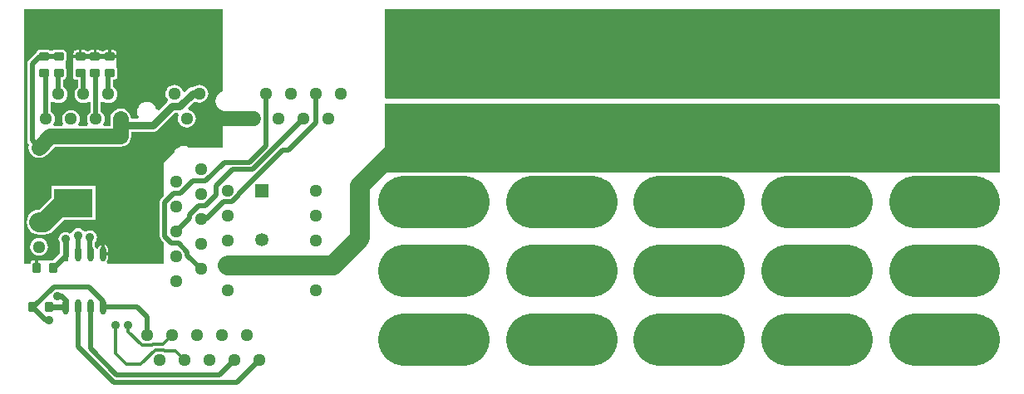
<source format=gbl>
G04 Layer_Physical_Order=2*
G04 Layer_Color=16711680*
%FSLAX24Y24*%
%MOIN*%
G70*
G01*
G75*
G04:AMPARAMS|DCode=10|XSize=39.4mil|YSize=35.4mil|CornerRadius=4.4mil|HoleSize=0mil|Usage=FLASHONLY|Rotation=270.000|XOffset=0mil|YOffset=0mil|HoleType=Round|Shape=RoundedRectangle|*
%AMROUNDEDRECTD10*
21,1,0.0394,0.0266,0,0,270.0*
21,1,0.0305,0.0354,0,0,270.0*
1,1,0.0089,-0.0133,-0.0153*
1,1,0.0089,-0.0133,0.0153*
1,1,0.0089,0.0133,0.0153*
1,1,0.0089,0.0133,-0.0153*
%
%ADD10ROUNDEDRECTD10*%
%ADD11O,0.0236X0.0610*%
%ADD12R,0.0236X0.0610*%
G04:AMPARAMS|DCode=13|XSize=39.4mil|YSize=35.4mil|CornerRadius=4.4mil|HoleSize=0mil|Usage=FLASHONLY|Rotation=180.000|XOffset=0mil|YOffset=0mil|HoleType=Round|Shape=RoundedRectangle|*
%AMROUNDEDRECTD13*
21,1,0.0394,0.0266,0,0,180.0*
21,1,0.0305,0.0354,0,0,180.0*
1,1,0.0089,-0.0153,0.0133*
1,1,0.0089,0.0153,0.0133*
1,1,0.0089,0.0153,-0.0133*
1,1,0.0089,-0.0153,-0.0133*
%
%ADD13ROUNDEDRECTD13*%
%ADD14C,0.0197*%
%ADD15C,0.0787*%
%ADD16C,0.0118*%
%ADD17C,0.0236*%
%ADD18C,0.2087*%
%ADD19C,0.0512*%
%ADD20C,0.1654*%
G04:AMPARAMS|DCode=21|XSize=177.2mil|YSize=177.2mil|CornerRadius=44.3mil|HoleSize=0mil|Usage=FLASHONLY|Rotation=0.000|XOffset=0mil|YOffset=0mil|HoleType=Round|Shape=RoundedRectangle|*
%AMROUNDEDRECTD21*
21,1,0.1772,0.0886,0,0,0.0*
21,1,0.0886,0.1772,0,0,0.0*
1,1,0.0886,0.0443,-0.0443*
1,1,0.0886,-0.0443,-0.0443*
1,1,0.0886,-0.0443,0.0443*
1,1,0.0886,0.0443,0.0443*
%
%ADD21ROUNDEDRECTD21*%
%ADD22R,0.0532X0.0532*%
%ADD23C,0.0532*%
%ADD24C,0.0354*%
%ADD25R,0.1575X0.1811*%
%ADD26R,0.1575X0.1181*%
%ADD27C,0.0315*%
%ADD28C,0.0630*%
%ADD29C,0.0591*%
G36*
X39248Y12008D02*
X14650Y12008D01*
X14567Y12091D01*
Y15626D01*
X39248D01*
Y12008D01*
D02*
G37*
G36*
X8071Y12308D02*
X7990Y12274D01*
X7907Y12211D01*
X7844Y12128D01*
X7804Y12032D01*
X7790Y11929D01*
X7804Y11826D01*
X7844Y11730D01*
X7907Y11647D01*
X7990Y11584D01*
X8071Y11550D01*
Y10039D01*
X6735Y10039D01*
X6695Y10070D01*
X6599Y10110D01*
X6496Y10123D01*
X6393Y10110D01*
X6297Y10070D01*
X6214Y10006D01*
X6151Y9924D01*
X6128Y9868D01*
X5709Y9449D01*
Y8106D01*
X5607Y8004D01*
X5563Y7939D01*
X5548Y7861D01*
Y6485D01*
X5563Y6408D01*
X5607Y6342D01*
X5709Y6241D01*
Y5394D01*
X3458D01*
X3439Y5421D01*
X3423Y5472D01*
X3457Y5524D01*
X3472Y5600D01*
Y5728D01*
X3272D01*
Y5787D01*
X3213D01*
Y6163D01*
X3195Y6160D01*
X3130Y6116D01*
X3086Y6051D01*
X3071Y5974D01*
X2994D01*
X2977Y6060D01*
X2958Y6088D01*
Y6265D01*
X2998Y6317D01*
X3026Y6384D01*
X3035Y6457D01*
X3026Y6529D01*
X2998Y6596D01*
X2954Y6654D01*
X2896Y6699D01*
X2828Y6727D01*
X2756Y6736D01*
X2684Y6727D01*
X2616Y6699D01*
X2605Y6690D01*
X2534Y6677D01*
X2502Y6706D01*
X2481Y6733D01*
X2423Y6778D01*
X2356Y6805D01*
X2283Y6815D01*
X2211Y6805D01*
X2144Y6778D01*
X2086Y6733D01*
X2041Y6675D01*
X2022Y6629D01*
X1959Y6605D01*
X1933Y6603D01*
X1911Y6620D01*
X1844Y6648D01*
X1772Y6658D01*
X1699Y6648D01*
X1632Y6620D01*
X1574Y6576D01*
X1530Y6518D01*
X1502Y6450D01*
X1492Y6378D01*
X1502Y6306D01*
X1530Y6238D01*
X1549Y6212D01*
Y5820D01*
X1265Y5536D01*
X1147D01*
X1090Y5525D01*
X1071Y5512D01*
X787D01*
X782Y5506D01*
X743Y5514D01*
X669D01*
Y5236D01*
X551D01*
Y5514D01*
X477D01*
X429Y5505D01*
X389Y5477D01*
X361Y5437D01*
X353Y5394D01*
X122D01*
Y15626D01*
X8071D01*
Y12308D01*
D02*
G37*
G36*
X39248Y11728D02*
Y9055D01*
X14650Y9055D01*
X14567Y9139D01*
Y11811D01*
X39165Y11811D01*
X39248Y11728D01*
D02*
G37*
%LPC*%
G36*
X2974Y8525D02*
X1199D01*
Y8045D01*
X715Y7561D01*
X709D01*
X580Y7544D01*
X460Y7494D01*
X357Y7415D01*
X277Y7312D01*
X228Y7192D01*
X211Y7063D01*
X228Y6934D01*
X277Y6814D01*
X357Y6711D01*
X460Y6632D01*
X580Y6582D01*
X709Y6565D01*
X921D01*
X921Y6565D01*
X1050Y6582D01*
X1170Y6632D01*
X1273Y6711D01*
X1707Y7144D01*
X2974D01*
Y8525D01*
D02*
G37*
G36*
X3331Y6163D02*
Y5846D01*
X3472D01*
Y5974D01*
X3457Y6051D01*
X3414Y6116D01*
X3348Y6160D01*
X3331Y6163D01*
D02*
G37*
G36*
X709Y6422D02*
X616Y6410D01*
X529Y6374D01*
X455Y6317D01*
X398Y6242D01*
X362Y6156D01*
X350Y6063D01*
X362Y5970D01*
X398Y5883D01*
X455Y5809D01*
X529Y5752D01*
X616Y5716D01*
X709Y5704D01*
X802Y5716D01*
X888Y5752D01*
X962Y5809D01*
X1020Y5883D01*
X1055Y5970D01*
X1068Y6063D01*
X1055Y6156D01*
X1020Y6242D01*
X962Y6317D01*
X888Y6374D01*
X802Y6410D01*
X709Y6422D01*
D02*
G37*
G36*
X2303Y13979D02*
X2210D01*
X2162Y13969D01*
X2121Y13942D01*
X2094Y13901D01*
X2084Y13853D01*
Y13780D01*
X2303D01*
Y13979D01*
D02*
G37*
G36*
X3696D02*
X3602D01*
Y13780D01*
X3821D01*
Y13853D01*
X3812Y13901D01*
X3785Y13942D01*
X3744Y13969D01*
X3696Y13979D01*
D02*
G37*
G36*
X1649Y14000D02*
X1344D01*
X1287Y13989D01*
X1251Y13965D01*
X1206Y13957D01*
X1195D01*
X1151Y13965D01*
X1114Y13989D01*
X1058Y14000D01*
X753D01*
X697Y13989D01*
X649Y13957D01*
X617Y13910D01*
X611Y13881D01*
X585Y13864D01*
X290Y13568D01*
X246Y13503D01*
X231Y13425D01*
Y10339D01*
X246Y10261D01*
X290Y10196D01*
X307Y10178D01*
X304Y10171D01*
X290Y10063D01*
X304Y9955D01*
X346Y9854D01*
X413Y9767D01*
X499Y9701D01*
X600Y9659D01*
X709Y9644D01*
X817Y9659D01*
X918Y9701D01*
X1005Y9767D01*
X1331Y10093D01*
X3988D01*
X4097Y10108D01*
X4197Y10149D01*
X4284Y10216D01*
X4351Y10303D01*
X4392Y10403D01*
X4407Y10512D01*
Y10685D01*
X4798D01*
X4810Y10684D01*
X5274D01*
X5341Y10692D01*
X5404Y10718D01*
X5458Y10760D01*
X6145Y11447D01*
X6264D01*
X6276Y11438D01*
X6314Y11369D01*
X6291Y11313D01*
X6279Y11220D01*
X6291Y11128D01*
X6327Y11041D01*
X6384Y10967D01*
X6458Y10910D01*
X6545Y10874D01*
X6638Y10862D01*
X6731Y10874D01*
X6817Y10910D01*
X6892Y10967D01*
X6949Y11041D01*
X6985Y11128D01*
X6997Y11220D01*
X6985Y11313D01*
X6949Y11400D01*
X6892Y11474D01*
X6817Y11531D01*
X6731Y11567D01*
X6694Y11572D01*
X6666Y11655D01*
X6937Y11926D01*
X6958Y11910D01*
X7045Y11874D01*
X7138Y11861D01*
X7231Y11874D01*
X7317Y11910D01*
X7392Y11967D01*
X7449Y12041D01*
X7485Y12128D01*
X7497Y12220D01*
X7485Y12313D01*
X7449Y12400D01*
X7392Y12474D01*
X7317Y12531D01*
X7231Y12567D01*
X7138Y12579D01*
X7045Y12567D01*
X6958Y12531D01*
X6892Y12480D01*
X6864D01*
X6797Y12471D01*
X6734Y12445D01*
X6680Y12404D01*
X6560Y12284D01*
X6485Y12309D01*
X6485Y12313D01*
X6449Y12400D01*
X6392Y12474D01*
X6317Y12531D01*
X6231Y12567D01*
X6138Y12579D01*
X6045Y12567D01*
X5958Y12531D01*
X5884Y12474D01*
X5827Y12400D01*
X5791Y12313D01*
X5779Y12220D01*
X5791Y12128D01*
X5827Y12041D01*
X5865Y11992D01*
X5884Y11966D01*
X5854Y11891D01*
X5511Y11547D01*
X5428Y11576D01*
X5424Y11599D01*
X5385Y11695D01*
X5321Y11778D01*
X5239Y11841D01*
X5143Y11881D01*
X5039Y11895D01*
X4936Y11881D01*
X4840Y11841D01*
X4757Y11778D01*
X4694Y11695D01*
X4654Y11599D01*
X4641Y11496D01*
X4654Y11393D01*
X4694Y11297D01*
X4704Y11283D01*
X4666Y11205D01*
X4407D01*
Y11205D01*
X4392Y11313D01*
X4351Y11414D01*
X4284Y11501D01*
X4197Y11567D01*
X4097Y11609D01*
X3988Y11623D01*
X3880Y11609D01*
X3779Y11567D01*
X3692Y11501D01*
X3626Y11414D01*
X3584Y11313D01*
X3570Y11205D01*
Y10930D01*
X3326D01*
X3287Y11009D01*
X3299Y11025D01*
X3335Y11112D01*
X3347Y11205D01*
X3335Y11298D01*
X3299Y11384D01*
X3242Y11459D01*
X3191Y11498D01*
Y11885D01*
X3269Y11924D01*
X3309Y11894D01*
X3395Y11858D01*
X3488Y11846D01*
X3581Y11858D01*
X3668Y11894D01*
X3742Y11951D01*
X3799Y12025D01*
X3835Y12112D01*
X3847Y12205D01*
X3835Y12298D01*
X3799Y12384D01*
X3742Y12459D01*
X3690Y12498D01*
Y12771D01*
X3696D01*
X3752Y12782D01*
X3800Y12814D01*
X3832Y12862D01*
X3843Y12918D01*
Y13184D01*
X3832Y13240D01*
X3819Y13260D01*
Y13543D01*
X3814Y13549D01*
X3821Y13588D01*
Y13661D01*
X3543D01*
Y13720D01*
X3484D01*
Y13979D01*
X3391D01*
X3343Y13969D01*
X3302Y13942D01*
X3292Y13927D01*
X3287Y13925D01*
X3209D01*
X3204Y13927D01*
X3194Y13942D01*
X3153Y13969D01*
X3105Y13979D01*
X3012D01*
Y13720D01*
X2894D01*
Y13979D01*
X2800D01*
X2752Y13969D01*
X2711Y13942D01*
X2701Y13927D01*
X2697Y13925D01*
X2618D01*
X2614Y13927D01*
X2603Y13942D01*
X2563Y13969D01*
X2515Y13979D01*
X2421D01*
Y13720D01*
X2362D01*
Y13661D01*
X2084D01*
Y13588D01*
X2092Y13549D01*
X2087Y13543D01*
Y13260D01*
X2074Y13240D01*
X2063Y13184D01*
Y12918D01*
X2074Y12862D01*
X2106Y12814D01*
X2153Y12782D01*
X2210Y12771D01*
X2286D01*
Y12498D01*
X2234Y12459D01*
X2177Y12384D01*
X2141Y12298D01*
X2129Y12205D01*
X2141Y12112D01*
X2177Y12025D01*
X2234Y11951D01*
X2309Y11894D01*
X2395Y11858D01*
X2488Y11846D01*
X2581Y11858D01*
X2668Y11894D01*
X2707Y11924D01*
X2786Y11885D01*
Y11498D01*
X2734Y11459D01*
X2677Y11384D01*
X2641Y11298D01*
X2629Y11205D01*
X2641Y11112D01*
X2677Y11025D01*
X2690Y11009D01*
X2651Y10930D01*
X2326D01*
X2287Y11009D01*
X2299Y11025D01*
X2335Y11112D01*
X2347Y11205D01*
X2335Y11298D01*
X2299Y11384D01*
X2242Y11459D01*
X2168Y11516D01*
X2081Y11551D01*
X1988Y11564D01*
X1895Y11551D01*
X1809Y11516D01*
X1734Y11459D01*
X1677Y11384D01*
X1641Y11298D01*
X1629Y11205D01*
X1641Y11112D01*
X1677Y11025D01*
X1690Y11009D01*
X1651Y10930D01*
X1326D01*
X1287Y11009D01*
X1299Y11025D01*
X1335Y11112D01*
X1347Y11205D01*
X1335Y11298D01*
X1299Y11384D01*
X1242Y11459D01*
X1191Y11498D01*
Y11885D01*
X1269Y11924D01*
X1309Y11894D01*
X1395Y11858D01*
X1488Y11846D01*
X1581Y11858D01*
X1668Y11894D01*
X1742Y11951D01*
X1799Y12025D01*
X1835Y12112D01*
X1847Y12205D01*
X1835Y12298D01*
X1799Y12384D01*
X1742Y12459D01*
X1690Y12498D01*
Y12780D01*
X1705Y12782D01*
X1753Y12814D01*
X1785Y12862D01*
X1796Y12918D01*
Y13184D01*
X1785Y13240D01*
X1772Y13260D01*
Y13512D01*
X1785Y13531D01*
X1796Y13588D01*
Y13853D01*
X1785Y13910D01*
X1753Y13957D01*
X1705Y13989D01*
X1649Y14000D01*
D02*
G37*
%LPD*%
D10*
X453Y3661D02*
D03*
X1122D02*
D03*
X1280Y5236D02*
D03*
X610D02*
D03*
D11*
X3272Y3661D02*
D03*
X2772Y5787D02*
D03*
X3272D02*
D03*
X2272Y3661D02*
D03*
X2772D02*
D03*
X1772D02*
D03*
X2272Y5787D02*
D03*
D12*
X1772D02*
D03*
D13*
X2362Y13051D02*
D03*
Y13720D02*
D03*
X2953Y13051D02*
D03*
Y13720D02*
D03*
X3543Y13051D02*
D03*
Y13720D02*
D03*
X906Y13051D02*
D03*
Y13720D02*
D03*
X1496Y13051D02*
D03*
Y13720D02*
D03*
D14*
X5039Y2520D02*
Y3268D01*
X4646Y3661D02*
X5039Y3268D01*
X3272Y3661D02*
X4646D01*
X3824Y927D02*
X7946D01*
X3701Y630D02*
X8650D01*
X2772Y1979D02*
X3824Y927D01*
X7946D02*
X8539Y1520D01*
X2272Y2059D02*
X3701Y630D01*
X8650D02*
X9539Y1520D01*
X453Y3661D02*
X984Y3130D01*
X1122D01*
X3272Y3661D02*
Y3894D01*
X2695Y4470D02*
X3272Y3894D01*
X1301Y4470D02*
X2695D01*
X453Y3661D02*
X492D01*
X1301Y4470D01*
X2772Y1979D02*
Y3661D01*
X2272Y2059D02*
Y3661D01*
X8722Y8196D02*
X10487Y9961D01*
X8722Y8143D02*
Y8196D01*
X10487Y9961D02*
X10694D01*
X9795Y10125D02*
Y12205D01*
X9141Y9470D02*
X9795Y10125D01*
X8144Y9470D02*
X9141D01*
X8468Y9173D02*
X9264D01*
X11795Y11062D02*
Y12205D01*
X10694Y9961D02*
X11795Y11062D01*
X9264Y9173D02*
X11295Y11205D01*
X5750Y6485D02*
Y7861D01*
X7393Y8719D02*
X8144Y9470D01*
X6893Y8719D02*
X7393D01*
X6393Y8219D02*
X6893Y8719D01*
X6108Y8219D02*
X6393D01*
X5750Y7861D02*
X6108Y8219D01*
X6750Y7361D02*
X7108Y7719D01*
X6750Y7219D02*
Y7361D01*
X6205Y6673D02*
X6750Y7219D01*
X7108Y7719D02*
X7393D01*
X5750Y6485D02*
X6017Y6219D01*
X6302D01*
X6659Y5861D01*
Y5719D02*
Y5861D01*
Y5719D02*
X7205Y5173D01*
X7813Y8519D02*
X8468Y9173D01*
X7813Y8139D02*
Y8519D01*
X7393Y7719D02*
X7813Y8139D01*
X8113Y7876D02*
X8456D01*
X7409Y7173D02*
X8113Y7876D01*
X7205Y7173D02*
X7409D01*
X8456Y7876D02*
X8722Y8143D01*
X433Y10339D02*
Y13425D01*
X728Y13720D01*
X906D01*
X1496D01*
X3488Y12996D02*
X3543Y13051D01*
X3488Y12205D02*
Y12996D01*
X2953Y13051D02*
X2988Y13016D01*
Y11205D02*
Y13016D01*
X2362Y13051D02*
X2488Y12925D01*
Y12205D02*
Y12925D01*
X1488Y13043D02*
X1496Y13051D01*
X1488Y12205D02*
Y13043D01*
X906Y13051D02*
X988Y12968D01*
Y11205D02*
Y12968D01*
X2362Y13720D02*
X2953D01*
X3543D01*
X433Y10339D02*
X709Y10063D01*
X2283Y5799D02*
Y6535D01*
X2272Y5787D02*
X2283Y5799D01*
X2756Y5803D02*
Y6457D01*
Y5803D02*
X2772Y5787D01*
D15*
X13583Y8504D02*
X15354Y10276D01*
X13583Y6417D02*
Y8504D01*
X12496Y5331D02*
X13583Y6417D01*
X8268Y5331D02*
X11811D01*
X12496D01*
X15354Y10276D02*
Y10630D01*
X709Y7063D02*
X921D01*
X1693Y7835D01*
X2087D01*
D16*
X4843Y2105D02*
X5229D01*
X4291Y2657D02*
X4843Y2105D01*
X4291Y2657D02*
Y2913D01*
X5672Y2153D02*
X6039Y2520D01*
X5277Y2153D02*
X5672D01*
X5229Y2105D02*
X5277Y2153D01*
X6169Y1890D02*
X6539Y1520D01*
X5756Y1890D02*
X6169D01*
X5711Y1935D02*
X5756Y1890D01*
X5367Y1935D02*
X5711D01*
X4790Y1357D02*
X5367Y1935D01*
X4194Y1357D02*
X4790D01*
X3780Y1772D02*
X4194Y1357D01*
X3780Y1772D02*
Y2913D01*
D17*
X1122Y3661D02*
X1772D01*
X1280Y5236D02*
X1772Y5728D01*
Y6378D01*
X1457Y4094D02*
X1614D01*
X1772Y3937D01*
Y3661D02*
Y3937D01*
D18*
X15354Y2362D02*
X17717D01*
X15354Y5118D02*
X17717D01*
X15354Y7874D02*
X17717D01*
X20472D02*
X22835D01*
X20472Y5118D02*
X22835D01*
X20472Y2362D02*
X22835D01*
X25591D02*
X27953D01*
X25591Y5118D02*
X27953D01*
X25591Y7874D02*
X27953D01*
X30709D02*
X33071D01*
X30709Y5118D02*
X33071D01*
X30709Y2362D02*
X33071D01*
X35827D02*
X38189D01*
X35827Y5118D02*
X38189D01*
X35827Y7874D02*
X38189D01*
D19*
X6138Y12220D02*
D03*
X6638Y11220D02*
D03*
X7138Y12220D02*
D03*
X7638Y11220D02*
D03*
X8539Y1520D02*
D03*
X8039Y2520D02*
D03*
X7539Y1520D02*
D03*
X7039Y2520D02*
D03*
X6539Y1520D02*
D03*
X6039Y2520D02*
D03*
X5539Y1520D02*
D03*
X5039Y2520D02*
D03*
X9039D02*
D03*
X9539Y1520D02*
D03*
X6205Y5673D02*
D03*
X7205Y6173D02*
D03*
X6205Y6673D02*
D03*
X7205Y7173D02*
D03*
X6205Y7673D02*
D03*
X7205Y8173D02*
D03*
X6205Y8673D02*
D03*
X7205Y9173D02*
D03*
Y5173D02*
D03*
X6205Y4673D02*
D03*
X11811Y4331D02*
D03*
Y5331D02*
D03*
Y6331D02*
D03*
Y7331D02*
D03*
Y8331D02*
D03*
X12795Y12205D02*
D03*
X12295Y11205D02*
D03*
X11795Y12205D02*
D03*
X11295Y11205D02*
D03*
X10795Y12205D02*
D03*
X10295Y11205D02*
D03*
X9795Y12205D02*
D03*
X9295Y11205D02*
D03*
X4488Y12205D02*
D03*
X3988Y11205D02*
D03*
X3488Y12205D02*
D03*
X2988Y11205D02*
D03*
X2488Y12205D02*
D03*
X1988Y11205D02*
D03*
X1488Y12205D02*
D03*
X988Y11205D02*
D03*
X8268Y4331D02*
D03*
Y5331D02*
D03*
Y6331D02*
D03*
Y7331D02*
D03*
Y8331D02*
D03*
X709Y6063D02*
D03*
Y7063D02*
D03*
Y8063D02*
D03*
Y9063D02*
D03*
Y10063D02*
D03*
D20*
X35827Y7874D02*
D03*
Y5118D02*
D03*
Y2362D02*
D03*
X30709Y7874D02*
D03*
Y5118D02*
D03*
Y2362D02*
D03*
X25591Y7874D02*
D03*
Y5118D02*
D03*
Y2362D02*
D03*
X20472Y7874D02*
D03*
Y5118D02*
D03*
Y2362D02*
D03*
X15354Y7874D02*
D03*
Y5118D02*
D03*
Y2362D02*
D03*
D21*
X17717D02*
D03*
Y5118D02*
D03*
Y7874D02*
D03*
Y10630D02*
D03*
Y13189D02*
D03*
X22835D02*
D03*
Y10630D02*
D03*
Y7874D02*
D03*
Y5118D02*
D03*
Y2362D02*
D03*
X27953Y13189D02*
D03*
Y10630D02*
D03*
Y7874D02*
D03*
Y5118D02*
D03*
Y2362D02*
D03*
X33071Y13189D02*
D03*
Y10630D02*
D03*
Y7874D02*
D03*
Y5118D02*
D03*
Y2362D02*
D03*
X38189Y13189D02*
D03*
Y10630D02*
D03*
Y7874D02*
D03*
Y5118D02*
D03*
Y2362D02*
D03*
D22*
X9646Y8307D02*
D03*
D23*
X9646Y6339D02*
D03*
D24*
X1339Y5984D02*
D03*
X5512Y11929D02*
D03*
X6024Y10984D02*
D03*
X4567Y10079D02*
D03*
Y8071D02*
D03*
X2008Y8898D02*
D03*
Y9449D02*
D03*
X1929Y6890D02*
D03*
X4724Y6693D02*
D03*
X5512Y8661D02*
D03*
Y10236D02*
D03*
X7874D02*
D03*
Y14567D02*
D03*
Y13386D02*
D03*
X7480Y15354D02*
D03*
X6299D02*
D03*
X5118D02*
D03*
X3937D02*
D03*
X2756D02*
D03*
X1575D02*
D03*
X394Y14173D02*
D03*
Y15354D02*
D03*
X4291Y2913D02*
D03*
X3780D02*
D03*
X1122Y3130D02*
D03*
X2283Y6535D02*
D03*
X1772Y6378D02*
D03*
X2756Y6457D02*
D03*
X1457Y4094D02*
D03*
D25*
X35827Y10630D02*
D03*
X30709D02*
D03*
X25591D02*
D03*
X20472D02*
D03*
X15354D02*
D03*
X35827Y13189D02*
D03*
X30709D02*
D03*
X25591D02*
D03*
X20472D02*
D03*
X15354D02*
D03*
D26*
X2087Y9252D02*
D03*
Y7835D02*
D03*
D27*
X6038Y11707D02*
X6350D01*
X5274Y10943D02*
X6038Y11707D01*
X4810Y10943D02*
X5274D01*
X3988Y11205D02*
X4248Y10945D01*
X4809D01*
X4810Y10943D01*
X6864Y12220D02*
X7138D01*
X6350Y11707D02*
X6864Y12220D01*
D28*
X1157Y10512D02*
X3988D01*
Y11205D01*
X709Y10063D02*
X1157Y10512D01*
D29*
X7638Y11220D02*
X7654Y11205D01*
X9295D01*
M02*

</source>
